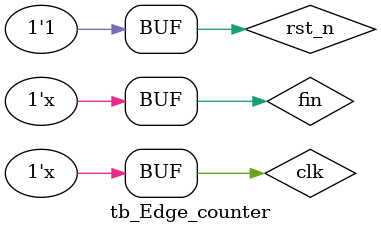
<source format=v>
`timescale 1ns/1ps
 
module tb_Edge_counter();
	reg fin;
	reg clk;
	reg rst_n;
	wire [15:0] cnt_out;
 
Edge_counter Edge_counter(
	.fin(fin),
	.clk(clk),
	.rst_n(rst_n),
	.cnt_out(cnt_out)  
);

initial begin
	clk = 1'b0;				
	rst_n <= 1'b0;			
	fin	<= 1'b0;	
	#7							
	rst_n <= 1'b1;			
end

always #10 clk = ~clk;		
always #9011 fin = ~fin;
 
endmodule

</source>
